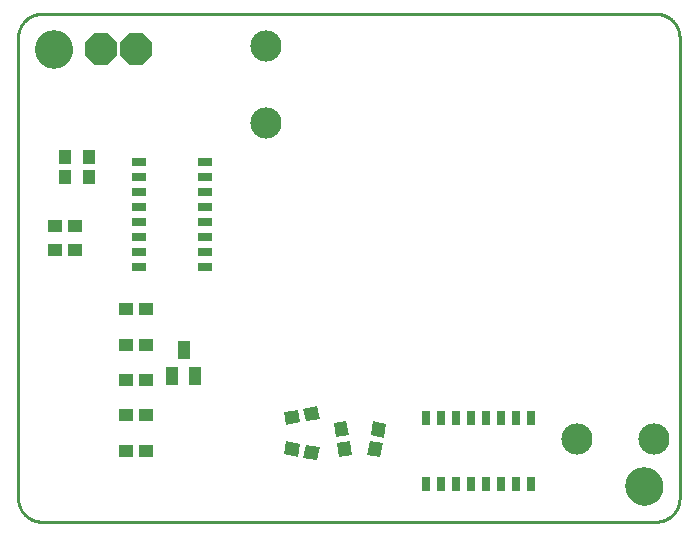
<source format=gbs>
G75*
%MOIN*%
%OFA0B0*%
%FSLAX25Y25*%
%IPPOS*%
%LPD*%
%AMOC8*
5,1,8,0,0,1.08239X$1,22.5*
%
%ADD10C,0.01000*%
%ADD11C,0.00000*%
%ADD12C,0.12605*%
%ADD13R,0.04731X0.04337*%
%ADD14OC8,0.10450*%
%ADD15R,0.04337X0.04731*%
%ADD16C,0.10400*%
%ADD17R,0.04337X0.05912*%
%ADD18R,0.05124X0.02762*%
%ADD19R,0.02762X0.05124*%
D10*
X0009374Y0001500D02*
X0214098Y0001500D01*
X0214288Y0001502D01*
X0214478Y0001509D01*
X0214668Y0001521D01*
X0214858Y0001537D01*
X0215047Y0001557D01*
X0215236Y0001583D01*
X0215424Y0001612D01*
X0215611Y0001647D01*
X0215797Y0001686D01*
X0215982Y0001729D01*
X0216167Y0001777D01*
X0216350Y0001829D01*
X0216531Y0001885D01*
X0216711Y0001946D01*
X0216890Y0002012D01*
X0217067Y0002081D01*
X0217243Y0002155D01*
X0217416Y0002233D01*
X0217588Y0002316D01*
X0217757Y0002402D01*
X0217925Y0002492D01*
X0218090Y0002587D01*
X0218253Y0002685D01*
X0218413Y0002788D01*
X0218571Y0002894D01*
X0218726Y0003004D01*
X0218879Y0003117D01*
X0219029Y0003235D01*
X0219175Y0003356D01*
X0219319Y0003480D01*
X0219460Y0003608D01*
X0219598Y0003739D01*
X0219733Y0003874D01*
X0219864Y0004012D01*
X0219992Y0004153D01*
X0220116Y0004297D01*
X0220237Y0004443D01*
X0220355Y0004593D01*
X0220468Y0004746D01*
X0220578Y0004901D01*
X0220684Y0005059D01*
X0220787Y0005219D01*
X0220885Y0005382D01*
X0220980Y0005547D01*
X0221070Y0005715D01*
X0221156Y0005884D01*
X0221239Y0006056D01*
X0221317Y0006229D01*
X0221391Y0006405D01*
X0221460Y0006582D01*
X0221526Y0006761D01*
X0221587Y0006941D01*
X0221643Y0007122D01*
X0221695Y0007305D01*
X0221743Y0007490D01*
X0221786Y0007675D01*
X0221825Y0007861D01*
X0221860Y0008048D01*
X0221889Y0008236D01*
X0221915Y0008425D01*
X0221935Y0008614D01*
X0221951Y0008804D01*
X0221963Y0008994D01*
X0221970Y0009184D01*
X0221972Y0009374D01*
X0221972Y0162917D01*
X0221970Y0163107D01*
X0221963Y0163297D01*
X0221951Y0163487D01*
X0221935Y0163677D01*
X0221915Y0163866D01*
X0221889Y0164055D01*
X0221860Y0164243D01*
X0221825Y0164430D01*
X0221786Y0164616D01*
X0221743Y0164801D01*
X0221695Y0164986D01*
X0221643Y0165169D01*
X0221587Y0165350D01*
X0221526Y0165530D01*
X0221460Y0165709D01*
X0221391Y0165886D01*
X0221317Y0166062D01*
X0221239Y0166235D01*
X0221156Y0166407D01*
X0221070Y0166576D01*
X0220980Y0166744D01*
X0220885Y0166909D01*
X0220787Y0167072D01*
X0220684Y0167232D01*
X0220578Y0167390D01*
X0220468Y0167545D01*
X0220355Y0167698D01*
X0220237Y0167848D01*
X0220116Y0167994D01*
X0219992Y0168138D01*
X0219864Y0168279D01*
X0219733Y0168417D01*
X0219598Y0168552D01*
X0219460Y0168683D01*
X0219319Y0168811D01*
X0219175Y0168935D01*
X0219029Y0169056D01*
X0218879Y0169174D01*
X0218726Y0169287D01*
X0218571Y0169397D01*
X0218413Y0169503D01*
X0218253Y0169606D01*
X0218090Y0169704D01*
X0217925Y0169799D01*
X0217757Y0169889D01*
X0217588Y0169975D01*
X0217416Y0170058D01*
X0217243Y0170136D01*
X0217067Y0170210D01*
X0216890Y0170279D01*
X0216711Y0170345D01*
X0216531Y0170406D01*
X0216350Y0170462D01*
X0216167Y0170514D01*
X0215982Y0170562D01*
X0215797Y0170605D01*
X0215611Y0170644D01*
X0215424Y0170679D01*
X0215236Y0170708D01*
X0215047Y0170734D01*
X0214858Y0170754D01*
X0214668Y0170770D01*
X0214478Y0170782D01*
X0214288Y0170789D01*
X0214098Y0170791D01*
X0009374Y0170791D01*
X0009184Y0170789D01*
X0008994Y0170782D01*
X0008804Y0170770D01*
X0008614Y0170754D01*
X0008425Y0170734D01*
X0008236Y0170708D01*
X0008048Y0170679D01*
X0007861Y0170644D01*
X0007675Y0170605D01*
X0007490Y0170562D01*
X0007305Y0170514D01*
X0007122Y0170462D01*
X0006941Y0170406D01*
X0006761Y0170345D01*
X0006582Y0170279D01*
X0006405Y0170210D01*
X0006229Y0170136D01*
X0006056Y0170058D01*
X0005884Y0169975D01*
X0005715Y0169889D01*
X0005547Y0169799D01*
X0005382Y0169704D01*
X0005219Y0169606D01*
X0005059Y0169503D01*
X0004901Y0169397D01*
X0004746Y0169287D01*
X0004593Y0169174D01*
X0004443Y0169056D01*
X0004297Y0168935D01*
X0004153Y0168811D01*
X0004012Y0168683D01*
X0003874Y0168552D01*
X0003739Y0168417D01*
X0003608Y0168279D01*
X0003480Y0168138D01*
X0003356Y0167994D01*
X0003235Y0167848D01*
X0003117Y0167698D01*
X0003004Y0167545D01*
X0002894Y0167390D01*
X0002788Y0167232D01*
X0002685Y0167072D01*
X0002587Y0166909D01*
X0002492Y0166744D01*
X0002402Y0166576D01*
X0002316Y0166407D01*
X0002233Y0166235D01*
X0002155Y0166062D01*
X0002081Y0165886D01*
X0002012Y0165709D01*
X0001946Y0165530D01*
X0001885Y0165350D01*
X0001829Y0165169D01*
X0001777Y0164986D01*
X0001729Y0164801D01*
X0001686Y0164616D01*
X0001647Y0164430D01*
X0001612Y0164243D01*
X0001583Y0164055D01*
X0001557Y0163866D01*
X0001537Y0163677D01*
X0001521Y0163487D01*
X0001509Y0163297D01*
X0001502Y0163107D01*
X0001500Y0162917D01*
X0001500Y0009374D01*
X0001502Y0009184D01*
X0001509Y0008994D01*
X0001521Y0008804D01*
X0001537Y0008614D01*
X0001557Y0008425D01*
X0001583Y0008236D01*
X0001612Y0008048D01*
X0001647Y0007861D01*
X0001686Y0007675D01*
X0001729Y0007490D01*
X0001777Y0007305D01*
X0001829Y0007122D01*
X0001885Y0006941D01*
X0001946Y0006761D01*
X0002012Y0006582D01*
X0002081Y0006405D01*
X0002155Y0006229D01*
X0002233Y0006056D01*
X0002316Y0005884D01*
X0002402Y0005715D01*
X0002492Y0005547D01*
X0002587Y0005382D01*
X0002685Y0005219D01*
X0002788Y0005059D01*
X0002894Y0004901D01*
X0003004Y0004746D01*
X0003117Y0004593D01*
X0003235Y0004443D01*
X0003356Y0004297D01*
X0003480Y0004153D01*
X0003608Y0004012D01*
X0003739Y0003874D01*
X0003874Y0003739D01*
X0004012Y0003608D01*
X0004153Y0003480D01*
X0004297Y0003356D01*
X0004443Y0003235D01*
X0004593Y0003117D01*
X0004746Y0003004D01*
X0004901Y0002894D01*
X0005059Y0002788D01*
X0005219Y0002685D01*
X0005382Y0002587D01*
X0005547Y0002492D01*
X0005715Y0002402D01*
X0005884Y0002316D01*
X0006056Y0002233D01*
X0006229Y0002155D01*
X0006405Y0002081D01*
X0006582Y0002012D01*
X0006761Y0001946D01*
X0006941Y0001885D01*
X0007122Y0001829D01*
X0007305Y0001777D01*
X0007490Y0001729D01*
X0007675Y0001686D01*
X0007861Y0001647D01*
X0008048Y0001612D01*
X0008236Y0001583D01*
X0008425Y0001557D01*
X0008614Y0001537D01*
X0008804Y0001521D01*
X0008994Y0001509D01*
X0009184Y0001502D01*
X0009374Y0001500D01*
D11*
X0204059Y0013311D02*
X0204061Y0013467D01*
X0204067Y0013623D01*
X0204077Y0013778D01*
X0204091Y0013933D01*
X0204109Y0014088D01*
X0204131Y0014242D01*
X0204156Y0014396D01*
X0204186Y0014549D01*
X0204220Y0014701D01*
X0204257Y0014853D01*
X0204298Y0015003D01*
X0204343Y0015152D01*
X0204392Y0015300D01*
X0204445Y0015447D01*
X0204501Y0015592D01*
X0204561Y0015736D01*
X0204625Y0015878D01*
X0204693Y0016019D01*
X0204764Y0016157D01*
X0204838Y0016294D01*
X0204916Y0016429D01*
X0204997Y0016562D01*
X0205082Y0016693D01*
X0205170Y0016822D01*
X0205261Y0016948D01*
X0205356Y0017072D01*
X0205453Y0017193D01*
X0205554Y0017312D01*
X0205658Y0017429D01*
X0205764Y0017542D01*
X0205874Y0017653D01*
X0205986Y0017761D01*
X0206101Y0017866D01*
X0206219Y0017969D01*
X0206339Y0018068D01*
X0206462Y0018164D01*
X0206587Y0018257D01*
X0206714Y0018346D01*
X0206844Y0018433D01*
X0206976Y0018516D01*
X0207110Y0018595D01*
X0207246Y0018672D01*
X0207384Y0018744D01*
X0207523Y0018814D01*
X0207665Y0018879D01*
X0207808Y0018941D01*
X0207952Y0018999D01*
X0208098Y0019054D01*
X0208246Y0019105D01*
X0208394Y0019152D01*
X0208544Y0019195D01*
X0208695Y0019234D01*
X0208847Y0019270D01*
X0208999Y0019301D01*
X0209153Y0019329D01*
X0209307Y0019353D01*
X0209461Y0019373D01*
X0209616Y0019389D01*
X0209772Y0019401D01*
X0209927Y0019409D01*
X0210083Y0019413D01*
X0210239Y0019413D01*
X0210395Y0019409D01*
X0210550Y0019401D01*
X0210706Y0019389D01*
X0210861Y0019373D01*
X0211015Y0019353D01*
X0211169Y0019329D01*
X0211323Y0019301D01*
X0211475Y0019270D01*
X0211627Y0019234D01*
X0211778Y0019195D01*
X0211928Y0019152D01*
X0212076Y0019105D01*
X0212224Y0019054D01*
X0212370Y0018999D01*
X0212514Y0018941D01*
X0212657Y0018879D01*
X0212799Y0018814D01*
X0212938Y0018744D01*
X0213076Y0018672D01*
X0213212Y0018595D01*
X0213346Y0018516D01*
X0213478Y0018433D01*
X0213608Y0018346D01*
X0213735Y0018257D01*
X0213860Y0018164D01*
X0213983Y0018068D01*
X0214103Y0017969D01*
X0214221Y0017866D01*
X0214336Y0017761D01*
X0214448Y0017653D01*
X0214558Y0017542D01*
X0214664Y0017429D01*
X0214768Y0017312D01*
X0214869Y0017193D01*
X0214966Y0017072D01*
X0215061Y0016948D01*
X0215152Y0016822D01*
X0215240Y0016693D01*
X0215325Y0016562D01*
X0215406Y0016429D01*
X0215484Y0016294D01*
X0215558Y0016157D01*
X0215629Y0016019D01*
X0215697Y0015878D01*
X0215761Y0015736D01*
X0215821Y0015592D01*
X0215877Y0015447D01*
X0215930Y0015300D01*
X0215979Y0015152D01*
X0216024Y0015003D01*
X0216065Y0014853D01*
X0216102Y0014701D01*
X0216136Y0014549D01*
X0216166Y0014396D01*
X0216191Y0014242D01*
X0216213Y0014088D01*
X0216231Y0013933D01*
X0216245Y0013778D01*
X0216255Y0013623D01*
X0216261Y0013467D01*
X0216263Y0013311D01*
X0216261Y0013155D01*
X0216255Y0012999D01*
X0216245Y0012844D01*
X0216231Y0012689D01*
X0216213Y0012534D01*
X0216191Y0012380D01*
X0216166Y0012226D01*
X0216136Y0012073D01*
X0216102Y0011921D01*
X0216065Y0011769D01*
X0216024Y0011619D01*
X0215979Y0011470D01*
X0215930Y0011322D01*
X0215877Y0011175D01*
X0215821Y0011030D01*
X0215761Y0010886D01*
X0215697Y0010744D01*
X0215629Y0010603D01*
X0215558Y0010465D01*
X0215484Y0010328D01*
X0215406Y0010193D01*
X0215325Y0010060D01*
X0215240Y0009929D01*
X0215152Y0009800D01*
X0215061Y0009674D01*
X0214966Y0009550D01*
X0214869Y0009429D01*
X0214768Y0009310D01*
X0214664Y0009193D01*
X0214558Y0009080D01*
X0214448Y0008969D01*
X0214336Y0008861D01*
X0214221Y0008756D01*
X0214103Y0008653D01*
X0213983Y0008554D01*
X0213860Y0008458D01*
X0213735Y0008365D01*
X0213608Y0008276D01*
X0213478Y0008189D01*
X0213346Y0008106D01*
X0213212Y0008027D01*
X0213076Y0007950D01*
X0212938Y0007878D01*
X0212799Y0007808D01*
X0212657Y0007743D01*
X0212514Y0007681D01*
X0212370Y0007623D01*
X0212224Y0007568D01*
X0212076Y0007517D01*
X0211928Y0007470D01*
X0211778Y0007427D01*
X0211627Y0007388D01*
X0211475Y0007352D01*
X0211323Y0007321D01*
X0211169Y0007293D01*
X0211015Y0007269D01*
X0210861Y0007249D01*
X0210706Y0007233D01*
X0210550Y0007221D01*
X0210395Y0007213D01*
X0210239Y0007209D01*
X0210083Y0007209D01*
X0209927Y0007213D01*
X0209772Y0007221D01*
X0209616Y0007233D01*
X0209461Y0007249D01*
X0209307Y0007269D01*
X0209153Y0007293D01*
X0208999Y0007321D01*
X0208847Y0007352D01*
X0208695Y0007388D01*
X0208544Y0007427D01*
X0208394Y0007470D01*
X0208246Y0007517D01*
X0208098Y0007568D01*
X0207952Y0007623D01*
X0207808Y0007681D01*
X0207665Y0007743D01*
X0207523Y0007808D01*
X0207384Y0007878D01*
X0207246Y0007950D01*
X0207110Y0008027D01*
X0206976Y0008106D01*
X0206844Y0008189D01*
X0206714Y0008276D01*
X0206587Y0008365D01*
X0206462Y0008458D01*
X0206339Y0008554D01*
X0206219Y0008653D01*
X0206101Y0008756D01*
X0205986Y0008861D01*
X0205874Y0008969D01*
X0205764Y0009080D01*
X0205658Y0009193D01*
X0205554Y0009310D01*
X0205453Y0009429D01*
X0205356Y0009550D01*
X0205261Y0009674D01*
X0205170Y0009800D01*
X0205082Y0009929D01*
X0204997Y0010060D01*
X0204916Y0010193D01*
X0204838Y0010328D01*
X0204764Y0010465D01*
X0204693Y0010603D01*
X0204625Y0010744D01*
X0204561Y0010886D01*
X0204501Y0011030D01*
X0204445Y0011175D01*
X0204392Y0011322D01*
X0204343Y0011470D01*
X0204298Y0011619D01*
X0204257Y0011769D01*
X0204220Y0011921D01*
X0204186Y0012073D01*
X0204156Y0012226D01*
X0204131Y0012380D01*
X0204109Y0012534D01*
X0204091Y0012689D01*
X0204077Y0012844D01*
X0204067Y0012999D01*
X0204061Y0013155D01*
X0204059Y0013311D01*
X0007209Y0158980D02*
X0007211Y0159136D01*
X0007217Y0159292D01*
X0007227Y0159447D01*
X0007241Y0159602D01*
X0007259Y0159757D01*
X0007281Y0159911D01*
X0007306Y0160065D01*
X0007336Y0160218D01*
X0007370Y0160370D01*
X0007407Y0160522D01*
X0007448Y0160672D01*
X0007493Y0160821D01*
X0007542Y0160969D01*
X0007595Y0161116D01*
X0007651Y0161261D01*
X0007711Y0161405D01*
X0007775Y0161547D01*
X0007843Y0161688D01*
X0007914Y0161826D01*
X0007988Y0161963D01*
X0008066Y0162098D01*
X0008147Y0162231D01*
X0008232Y0162362D01*
X0008320Y0162491D01*
X0008411Y0162617D01*
X0008506Y0162741D01*
X0008603Y0162862D01*
X0008704Y0162981D01*
X0008808Y0163098D01*
X0008914Y0163211D01*
X0009024Y0163322D01*
X0009136Y0163430D01*
X0009251Y0163535D01*
X0009369Y0163638D01*
X0009489Y0163737D01*
X0009612Y0163833D01*
X0009737Y0163926D01*
X0009864Y0164015D01*
X0009994Y0164102D01*
X0010126Y0164185D01*
X0010260Y0164264D01*
X0010396Y0164341D01*
X0010534Y0164413D01*
X0010673Y0164483D01*
X0010815Y0164548D01*
X0010958Y0164610D01*
X0011102Y0164668D01*
X0011248Y0164723D01*
X0011396Y0164774D01*
X0011544Y0164821D01*
X0011694Y0164864D01*
X0011845Y0164903D01*
X0011997Y0164939D01*
X0012149Y0164970D01*
X0012303Y0164998D01*
X0012457Y0165022D01*
X0012611Y0165042D01*
X0012766Y0165058D01*
X0012922Y0165070D01*
X0013077Y0165078D01*
X0013233Y0165082D01*
X0013389Y0165082D01*
X0013545Y0165078D01*
X0013700Y0165070D01*
X0013856Y0165058D01*
X0014011Y0165042D01*
X0014165Y0165022D01*
X0014319Y0164998D01*
X0014473Y0164970D01*
X0014625Y0164939D01*
X0014777Y0164903D01*
X0014928Y0164864D01*
X0015078Y0164821D01*
X0015226Y0164774D01*
X0015374Y0164723D01*
X0015520Y0164668D01*
X0015664Y0164610D01*
X0015807Y0164548D01*
X0015949Y0164483D01*
X0016088Y0164413D01*
X0016226Y0164341D01*
X0016362Y0164264D01*
X0016496Y0164185D01*
X0016628Y0164102D01*
X0016758Y0164015D01*
X0016885Y0163926D01*
X0017010Y0163833D01*
X0017133Y0163737D01*
X0017253Y0163638D01*
X0017371Y0163535D01*
X0017486Y0163430D01*
X0017598Y0163322D01*
X0017708Y0163211D01*
X0017814Y0163098D01*
X0017918Y0162981D01*
X0018019Y0162862D01*
X0018116Y0162741D01*
X0018211Y0162617D01*
X0018302Y0162491D01*
X0018390Y0162362D01*
X0018475Y0162231D01*
X0018556Y0162098D01*
X0018634Y0161963D01*
X0018708Y0161826D01*
X0018779Y0161688D01*
X0018847Y0161547D01*
X0018911Y0161405D01*
X0018971Y0161261D01*
X0019027Y0161116D01*
X0019080Y0160969D01*
X0019129Y0160821D01*
X0019174Y0160672D01*
X0019215Y0160522D01*
X0019252Y0160370D01*
X0019286Y0160218D01*
X0019316Y0160065D01*
X0019341Y0159911D01*
X0019363Y0159757D01*
X0019381Y0159602D01*
X0019395Y0159447D01*
X0019405Y0159292D01*
X0019411Y0159136D01*
X0019413Y0158980D01*
X0019411Y0158824D01*
X0019405Y0158668D01*
X0019395Y0158513D01*
X0019381Y0158358D01*
X0019363Y0158203D01*
X0019341Y0158049D01*
X0019316Y0157895D01*
X0019286Y0157742D01*
X0019252Y0157590D01*
X0019215Y0157438D01*
X0019174Y0157288D01*
X0019129Y0157139D01*
X0019080Y0156991D01*
X0019027Y0156844D01*
X0018971Y0156699D01*
X0018911Y0156555D01*
X0018847Y0156413D01*
X0018779Y0156272D01*
X0018708Y0156134D01*
X0018634Y0155997D01*
X0018556Y0155862D01*
X0018475Y0155729D01*
X0018390Y0155598D01*
X0018302Y0155469D01*
X0018211Y0155343D01*
X0018116Y0155219D01*
X0018019Y0155098D01*
X0017918Y0154979D01*
X0017814Y0154862D01*
X0017708Y0154749D01*
X0017598Y0154638D01*
X0017486Y0154530D01*
X0017371Y0154425D01*
X0017253Y0154322D01*
X0017133Y0154223D01*
X0017010Y0154127D01*
X0016885Y0154034D01*
X0016758Y0153945D01*
X0016628Y0153858D01*
X0016496Y0153775D01*
X0016362Y0153696D01*
X0016226Y0153619D01*
X0016088Y0153547D01*
X0015949Y0153477D01*
X0015807Y0153412D01*
X0015664Y0153350D01*
X0015520Y0153292D01*
X0015374Y0153237D01*
X0015226Y0153186D01*
X0015078Y0153139D01*
X0014928Y0153096D01*
X0014777Y0153057D01*
X0014625Y0153021D01*
X0014473Y0152990D01*
X0014319Y0152962D01*
X0014165Y0152938D01*
X0014011Y0152918D01*
X0013856Y0152902D01*
X0013700Y0152890D01*
X0013545Y0152882D01*
X0013389Y0152878D01*
X0013233Y0152878D01*
X0013077Y0152882D01*
X0012922Y0152890D01*
X0012766Y0152902D01*
X0012611Y0152918D01*
X0012457Y0152938D01*
X0012303Y0152962D01*
X0012149Y0152990D01*
X0011997Y0153021D01*
X0011845Y0153057D01*
X0011694Y0153096D01*
X0011544Y0153139D01*
X0011396Y0153186D01*
X0011248Y0153237D01*
X0011102Y0153292D01*
X0010958Y0153350D01*
X0010815Y0153412D01*
X0010673Y0153477D01*
X0010534Y0153547D01*
X0010396Y0153619D01*
X0010260Y0153696D01*
X0010126Y0153775D01*
X0009994Y0153858D01*
X0009864Y0153945D01*
X0009737Y0154034D01*
X0009612Y0154127D01*
X0009489Y0154223D01*
X0009369Y0154322D01*
X0009251Y0154425D01*
X0009136Y0154530D01*
X0009024Y0154638D01*
X0008914Y0154749D01*
X0008808Y0154862D01*
X0008704Y0154979D01*
X0008603Y0155098D01*
X0008506Y0155219D01*
X0008411Y0155343D01*
X0008320Y0155469D01*
X0008232Y0155598D01*
X0008147Y0155729D01*
X0008066Y0155862D01*
X0007988Y0155997D01*
X0007914Y0156134D01*
X0007843Y0156272D01*
X0007775Y0156413D01*
X0007711Y0156555D01*
X0007651Y0156699D01*
X0007595Y0156844D01*
X0007542Y0156991D01*
X0007493Y0157139D01*
X0007448Y0157288D01*
X0007407Y0157438D01*
X0007370Y0157590D01*
X0007336Y0157742D01*
X0007306Y0157895D01*
X0007281Y0158049D01*
X0007259Y0158203D01*
X0007241Y0158358D01*
X0007227Y0158513D01*
X0007217Y0158668D01*
X0007211Y0158824D01*
X0007209Y0158980D01*
D12*
X0013311Y0158980D03*
X0210161Y0013311D03*
D13*
G36*
X0119103Y0030285D02*
X0119924Y0034942D01*
X0124193Y0034189D01*
X0123372Y0029532D01*
X0119103Y0030285D01*
G37*
G36*
X0117941Y0023693D02*
X0118762Y0028350D01*
X0123031Y0027597D01*
X0122210Y0022940D01*
X0117941Y0023693D01*
G37*
G36*
X0112073Y0028468D02*
X0112894Y0023811D01*
X0108625Y0023058D01*
X0107804Y0027715D01*
X0112073Y0028468D01*
G37*
G36*
X0110911Y0035060D02*
X0111732Y0030403D01*
X0107463Y0029650D01*
X0106642Y0034307D01*
X0110911Y0035060D01*
G37*
G36*
X0096579Y0039238D02*
X0101236Y0040059D01*
X0101989Y0035790D01*
X0097332Y0034969D01*
X0096579Y0039238D01*
G37*
G36*
X0089988Y0038076D02*
X0094645Y0038897D01*
X0095398Y0034628D01*
X0090741Y0033807D01*
X0089988Y0038076D01*
G37*
G36*
X0090741Y0028248D02*
X0095398Y0027427D01*
X0094645Y0023158D01*
X0089988Y0023979D01*
X0090741Y0028248D01*
G37*
G36*
X0097332Y0027086D02*
X0101989Y0026265D01*
X0101236Y0021996D01*
X0096579Y0022817D01*
X0097332Y0027086D01*
G37*
X0044217Y0025122D03*
X0037524Y0025122D03*
X0037524Y0036933D03*
X0044217Y0036933D03*
X0044217Y0048744D03*
X0037524Y0048744D03*
X0037524Y0060555D03*
X0044217Y0060555D03*
X0044217Y0072366D03*
X0037524Y0072366D03*
X0020594Y0092051D03*
X0013902Y0092051D03*
X0013902Y0099925D03*
X0020594Y0099925D03*
D14*
X0029059Y0158980D03*
X0040870Y0158980D03*
D15*
X0025122Y0122957D03*
X0025122Y0116264D03*
X0017248Y0116264D03*
X0017248Y0122957D03*
D16*
X0084177Y0134374D03*
X0084177Y0159965D03*
X0187917Y0029059D03*
X0213508Y0029059D03*
D17*
X0060439Y0050098D03*
X0052958Y0050098D03*
X0056698Y0058760D03*
D18*
X0063705Y0086362D03*
X0063705Y0091362D03*
X0063705Y0096362D03*
X0063705Y0101362D03*
X0063705Y0106362D03*
X0063705Y0111362D03*
X0063705Y0116362D03*
X0063705Y0121362D03*
X0041657Y0121362D03*
X0041657Y0116362D03*
X0041657Y0111362D03*
X0041657Y0106362D03*
X0041657Y0101362D03*
X0041657Y0096362D03*
X0041657Y0091362D03*
X0041657Y0086362D03*
D19*
X0137543Y0036146D03*
X0142543Y0036146D03*
X0147543Y0036146D03*
X0152543Y0036146D03*
X0157543Y0036146D03*
X0162543Y0036146D03*
X0167543Y0036146D03*
X0172543Y0036146D03*
X0172543Y0014098D03*
X0167543Y0014098D03*
X0162543Y0014098D03*
X0157543Y0014098D03*
X0152543Y0014098D03*
X0147543Y0014098D03*
X0142543Y0014098D03*
X0137543Y0014098D03*
M02*

</source>
